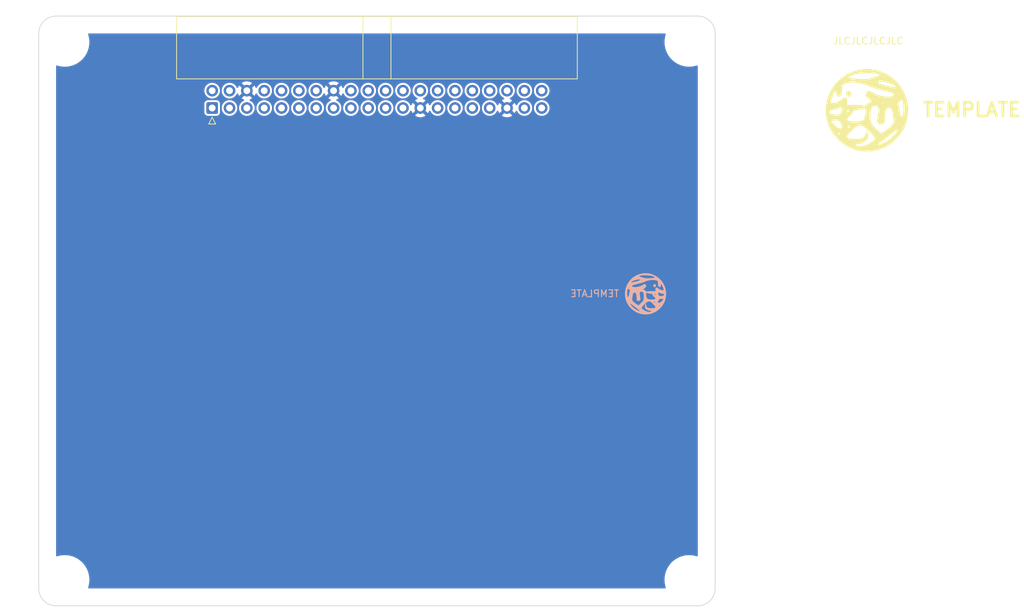
<source format=kicad_pcb>
(kicad_pcb (version 20241229) (generator "pcbnew") (generator_version "9.0")
  (layers (0 "F.Cu" signal) (2 "B.Cu" signal) (13 "F.Paste" user) (15 "B.Paste" user) (5 "F.SilkS" user "F.Silkscreen") (7 "B.SilkS" user "B.Silkscreen") (1 "F.Mask" user) (3 "B.Mask" user) (25 "Edge.Cuts" user))
  (net 0 "")
  (net 2 "GND")
  (net 17 "+5V")
  (footprint "own_footprints:smyrill_logo" (layer "F.Cu") (at 138.999 31.5)
    (property "Reference" "G***" (hide yes))
    (property "Value" "LOGO" (hide yes))
    (fp_poly (pts (xy -2.457048 -2.76257) (xy -2.228906 -2.552289) (xy -2.169238 -2.225742) (xy -2.32209 -1.958702) (xy -2.632193 -1.896218) (xy -2.818258 -1.947919) (xy -2.968286 -2.138611) (xy -2.981874 -2.434535) (xy -2.868194 -2.695472) (xy -2.764498 -2.769779)) (fill yes) (layer "F.SilkS"))
    (fp_poly (pts (xy 1.800196 -5.735849) (xy 1.884604 -5.7104) (xy 3.047203 -5.211598) (xy 4.046767 -4.504488) (xy 4.868026 -3.624919) (xy 5.495713 -2.608742) (xy 5.91456 -1.491808) (xy 6.1093 -0.309968) (xy 6.064663 0.900929) (xy 5.765383 2.105031) (xy 5.487567 2.749683) (xy 4.790595 3.840849) (xy 3.91069 4.738741) (xy 2.884134 5.427851) (xy 1.747209 5.892672) (xy 0.536195 6.117698) (xy -0.712625 6.087422) (xy -1.769853 5.851579) (xy -2.901842 5.346947) (xy -3.916181 4.613676) (xy -4.610737 3.866167) (xy -2.801636 3.866167) (xy -2.791803 4.091302) (xy -2.527123 4.219038) (xy -1.996714 4.273441) (xy -1.533554 4.280899) (xy -0.856972 4.225891) (xy -0.418691 4.049175) (xy -0.191313 3.733215) (xy -0.142697 3.390711) (xy -0.097506 3.087151) (xy 0.009034 3.018935) (xy 0.133375 3.155993) (xy 0.231967 3.468253) (xy 0.257004 3.666714) (xy 0.251077 4.081227) (xy 0.11311 4.369613) (xy -0.14636 4.618825) (xy -0.702678 4.934338) (xy -1.081173 4.994382) (xy -1.431284 5.039278) (xy -1.562744 5.143765) (xy -1.452569 5.262545) (xy -1.248596 5.324354) (xy -0.663838 5.333628) (xy -0.040245 5.131215) (xy 1.718491 5.131215) (xy 1.813262 5.135894) (xy 2.128642 5.010203) (xy 2.643574 4.772411) (xy 3.238992 4.412628) (xy 3.810363 3.940779) (xy 3.990355 3.753444) (xy 4.346245 3.322755) (xy 4.525455 3.048067) (xy 4.524751 2.945109) (xy 4.340899 3.029612) (xy 4.102528 3.207894) (xy 3.750662 3.487467) (xy 3.275209 3.859298) (xy 2.782584 4.240202) (xy 2.200678 4.692844) (xy 1.846805 4.98669) (xy 1.718491 5.131215) (xy -0.040245 5.131215) (xy -0.014064 5.122717) (xy 0.368118 4.921496) (xy 0.855971 4.622459) (xy 1.128187 4.381805) (xy 1.18584 4.143741) (xy 1.03001 3.852473) (xy 0.661771 3.45221) (xy 0.401408 3.196752) (xy -0.164191 2.67863) (xy -0.607236 2.376978) (xy -0.986431 2.287822) (xy -1.36048 2.40719) (xy -1.788086 2.731108) (xy -2.100288 3.027429) (xy -2.567504 3.519564) (xy -2.801636 3.866167) (xy -4.610737 3.866167) (xy -4.769161 3.695665) (xy -4.881461 3.51214) (xy -4.089151 3.51214) (xy -4.066854 3.567416) (xy -3.938626 3.703546) (xy -3.915736 3.710112) (xy -3.854445 3.599709) (xy -3.852809 3.567416) (xy -3.962507 3.430203) (xy -4.003927 3.424719) (xy -4.089151 3.51214) (xy -4.881461 3.51214) (xy -5.417074 2.636816) (xy -5.706341 1.897747) (xy -5.758102 1.641011) (xy -5.193211 1.641011) (xy -4.722273 2.176124) (xy -4.383002 2.482451) (xy -4.037473 2.67347) (xy -3.750954 2.728915) (xy -3.588713 2.628517) (xy -3.579109 2.568539) (xy -2.711236 2.568539) (xy -2.602647 2.707089) (xy -2.568539 2.711236) (xy -2.429989 2.602647) (xy -2.425843 2.568539) (xy -2.534431 2.429989) (xy -2.568539 2.425843) (xy -2.707089 2.534431) (xy -2.711236 2.568539) (xy -3.579109 2.568539) (xy -3.573397 2.532865) (xy -3.643889 2.293957) (xy -3.807205 1.953901) (xy -3.823116 1.925544) (xy -4.013299 1.649403) (xy -4.231791 1.547088) (xy -4.599859 1.564989) (xy -4.630032 1.568803) (xy -5.193211 1.641011) (xy -5.758102 1.641011) (xy -5.803549 1.415596) (xy -2.781058 1.415596) (xy -2.754115 1.521048) (xy -2.595674 1.635456) (xy -2.209782 1.697209) (xy -1.697093 1.712359) (xy -1.126044 1.695013) (xy -0.757821 1.63081) (xy -0.511297 1.501504) (xy -0.42809 1.426966) (xy -0.282048 1.179433) (xy -0.179863 0.820518) (xy -0.128984 0.444434) (xy 0.591186 0.444434) (xy 0.59547 1.006793) (xy 0.632952 1.541333) (xy 0.702952 1.896062) (xy 0.853516 2.174732) (xy 1.132688 2.481094) (xy 1.395428 2.734259) (xy 2.137791 3.442424) (xy 2.555376 3.195751) (xy 2.922254 2.943166) (xy 3.346195 2.602693) (xy 3.491399 2.474125) (xy 3.772155 2.204784) (xy 3.918844 1.986077) (xy 3.962302 1.717887) (xy 3.93336 1.300093) (xy 3.912554 1.106609) (xy 3.815494 0.432801) (xy 3.688486 0.00339) (xy 3.513064 -0.222387) (xy 3.282022 -0.285393) (xy 2.9956 -0.177456) (xy 2.811439 0.158275) (xy 2.722363 0.739678) (xy 2.711236 1.13679) (xy 2.699142 1.628711) (xy 2.646463 1.91189) (xy 2.528602 2.06253) (xy 2.390168 2.131474) (xy 2.026552 2.161871) (xy 1.710997 2.016208) (xy 1.540506 1.752623) (xy 1.535685 1.619356) (xy 1.581169 1.333163) (xy 1.657036 0.886906) (xy 1.710666 0.581323) (xy 1.770839 -0.013465) (xy 1.689847 -0.382099) (xy 1.457692 -0.551894) (xy 1.288913 -0.570787) (xy 0.923085 -0.462048) (xy 0.692295 -0.127705) (xy 0.591186 0.444434) (xy -0.128984 0.444434) (xy -0.126614 0.426913) (xy -0.127377 0.075312) (xy -0.187232 -0.157593) (xy -0.311257 -0.195109) (xy -0.321067 -0.189335) (xy -0.560866 -0.109027) (xy -0.968642 -0.03252) (xy -1.207005 -0.002542) (xy -1.643901 0.063686) (xy -1.875679 0.172441) (xy -1.982617 0.366211) (xy -1.995082 0.414585) (xy -2.169401 0.74774) (xy -2.35774 0.914023) (xy -2.695507 1.162926) (xy -2.781058 1.415596) (xy -5.803549 1.415596) (xy -5.959564 0.64176) (xy -5.957677 0.314167) (xy -5.403619 0.314167) (xy -5.301798 0.493788) (xy -5.013574 0.637635) (xy -4.587383 0.710477) (xy -4.47394 0.713483) (xy -4.063878 0.689242) (xy -3.841751 0.58688) (xy -3.712093 0.361937) (xy -3.710584 0.357981) (xy -3.698685 0.302236) (xy -2.853933 0.302236) (xy -2.766013 0.379601) (xy -2.711236 0.356742) (xy -2.573867 0.167709) (xy -2.568539 0.125854) (xy -2.656459 0.048488) (xy -2.711236 0.071348) (xy -2.848605 0.26038) (xy -2.853933 0.302236) (xy -3.698685 0.302236) (xy -3.636547 0.011132) (xy -3.657247 -0.210755) (xy -3.747667 -0.347172) (xy -3.909811 -0.299653) (xy -4.041737 -0.211994) (xy -4.424243 -0.042773) (xy -4.705066 0.002185) (xy -5.067131 0.053627) (xy -5.2706 0.134006) (xy -5.403619 0.314167) (xy -5.957677 0.314167) (xy -5.952554 -0.575095) (xy -5.83869 -1.115777) (xy -5.213087 -1.115777) (xy -5.091127 -1.022038) (xy -4.839889 -0.999071) (xy -4.794918 -0.998876) (xy -4.303024 -1.096162) (xy -3.815368 -1.416546) (xy -3.79046 -1.438206) (xy -3.349085 -1.754506) (xy -3.033811 -1.823627) (xy -2.852999 -1.647238) (xy -2.813992 -1.243092) (xy -2.845399 -0.713483) (xy -1.565396 -0.713483) (xy -0.899516 -0.700255) (xy -0.486946 -0.657713) (xy -0.296701 -0.581574) (xy -0.275364 -0.535112) (xy -0.228038 -0.499827) (xy -0.155122 -0.638822) (xy 0.062715 -0.89318) (xy 0.135507 -0.927528) (xy 2.425843 -0.927528) (xy 2.497191 -0.85618) (xy 2.568539 -0.927528) (xy 2.540705 -0.955362) (xy 4.668098 -0.955362) (xy 4.709755 -0.640556) (xy 4.717872 -0.618769) (xy 4.824538 -0.196211) (xy 4.851685 0.090019) (xy 4.911394 0.482385) (xy 5.058095 0.817055) (xy 5.243152 0.991968) (xy 5.284796 0.998876) (xy 5.349992 0.867031) (xy 5.398165 0.514605) (xy 5.421457 0.006266) (xy 5.422472 -0.134275) (xy 5.400446 -0.804537) (xy 5.327343 -1.212207) (xy 5.192625 -1.377192) (xy 4.985757 -1.319399) (xy 4.851577 -1.212824) (xy 4.668098 -0.955362) (xy 2.540705 -0.955362) (xy 2.497191 -0.998876) (xy 2.425843 -0.927528) (xy 0.135507 -0.927528) (xy 0.288033 -0.9995) (xy 0.598421 -1.132175) (xy 0.628628 -1.314522) (xy 0.37868 -1.542062) (xy 0.284412 -1.5987) (xy -0.036474 -1.892756) (xy -0.148675 -2.240587) (xy -0.041617 -2.560709) (xy 0.140194 -2.709896) (xy 0.37957 -2.773548) (xy 0.665792 -2.684315) (xy 0.960699 -2.507803) (xy 1.450039 -2.255886) (xy 2.021376 -2.067036) (xy 2.614184 -1.947021) (xy 3.167938 -1.901608) (xy 3.622114 -1.936565) (xy 3.916187 -2.057659) (xy 3.995506 -2.218612) (xy 3.973011 -2.306897) (xy 3.879496 -2.389245) (xy 3.675918 -2.479111) (xy 3.323232 -2.589948) (xy 2.782394 -2.735212) (xy 2.014359 -2.928358) (xy 1.737252 -2.996801) (xy 1.150968 -3.154998) (xy 0.641245 -3.317071) (xy 0.296167 -3.454282) (xy 0.238937 -3.485654) (xy -0.135135 -3.647813) (xy -0.684616 -3.80218) (xy -1.300009 -3.924304) (xy -1.871818 -3.98973) (xy -2.040451 -3.99471) (xy -2.498926 -3.953657) (xy -2.996717 -3.854926) (xy -3.032303 -3.845306) (xy -3.341821 -3.746828) (xy -3.500668 -3.617518) (xy -3.55911 -3.371962) (xy -3.567416 -2.936046) (xy -3.614743 -2.354274) (xy -3.753992 -2.023688) (xy -3.779644 -1.999261) (xy -4.073926 -1.880094) (xy -4.310247 -2.018598) (xy -4.448052 -2.387584) (xy -4.456871 -2.453335) (xy -4.50945 -2.925281) (xy -4.807999 -2.283146) (xy -5.071053 -1.700179) (xy -5.206239 -1.32644) (xy -5.213087 -1.115777) (xy -5.83869 -1.115777) (xy -5.709678 -1.728393) (xy -5.255307 -2.793711) (xy -4.613808 -3.746624) (xy -4.28196 -4.083352) (xy 1.682933 -4.083352) (xy 1.685708 -3.984221) (xy 1.927053 -3.844825) (xy 2.396399 -3.682289) (xy 2.745574 -3.589798) (xy 3.432106 -3.427268) (xy 3.885641 -3.331803) (xy 4.148889 -3.296744) (xy 4.264561 -3.315433) (xy 4.280899 -3.350471) (xy 4.156175 -3.482049) (xy 3.835448 -3.65338) (xy 3.398879 -3.832241) (xy 2.926633 -3.986408) (xy 2.498872 -4.083656) (xy 2.435377 -4.092324) (xy 1.929299 -4.125094) (xy 1.682933 -4.083352) (xy -4.28196 -4.083352) (xy -3.809551 -4.562708) (xy -3.620972 -4.693709) (xy -2.610338 -4.693709) (xy -2.424897 -4.63742) (xy -2.032207 -4.583632) (xy -1.510402 -4.537642) (xy -0.937611 -4.504749) (xy -0.391966 -4.490251) (xy 0.0484 -4.499444) (xy 0.142697 -4.507036) (xy 0.474977 -4.575018) (xy 0.948237 -4.711082) (xy 1.28427 -4.823896) (xy 1.717189 -4.982469) (xy 1.910544 -5.078014) (xy 1.893508 -5.143563) (xy 1.695257 -5.212151) (xy 1.641011 -5.22782) (xy 1.078768 -5.324271) (xy 0.348647 -5.360287) (xy -0.44794 -5.339956) (xy -1.20958 -5.267363) (xy -1.834862 -5.146595) (xy -2.04005 -5.079489) (xy -2.40254 -4.908286) (xy -2.600696 -4.759406) (xy -2.610338 -4.693709) (xy -3.620972 -4.693709) (xy -2.866905 -5.217539) (xy -1.810238 -5.686692) (xy -0.66392 -5.945745) (xy 0.547681 -5.970271)) (fill yes) (layer "F.SilkS"))
  )
  (footprint "MountingHole:MountingHole_3.2mm_M3" (layer "F.Cu") (at 113.03 100.330001)
    (property "Reference" "REF**" (hide yes))
    (property "Value" "MountingHole_3.2mm_M3")
    (pad "" np_thru_hole circle (at 0 0) (size 3.2 3.2) (drill 3.2) (layers "*.Cu" "*.Mask") (clearance 2))
  )
  (footprint "MountingHole:MountingHole_3.2mm_M3" (layer "F.Cu") (at 21.59 21.59)
    (property "Reference" "REF**" (hide yes))
    (property "Value" "MountingHole_3.2mm_M3")
    (pad "" np_thru_hole circle (at 0 0) (size 3.2 3.2) (drill 3.2) (layers "*.Cu" "*.Mask"))
  )
  (footprint "MountingHole:MountingHole_3.2mm_M3" (layer "F.Cu") (at 21.59 100.330001)
    (property "Reference" "REF**" (hide yes))
    (property "Value" "MountingHole_3.2mm_M3")
    (pad "" np_thru_hole circle (at 0 0) (size 3.2 3.2) (drill 3.2) (layers "*.Cu" "*.Mask") (clearance 2))
  )
  (footprint "MountingHole:MountingHole_3.2mm_M3" (layer "F.Cu") (at 113.03 21.59)
    (property "Reference" "REF**" (hide yes))
    (property "Value" "MountingHole_3.2mm_M3")
    (pad "" np_thru_hole circle (at 0 0) (size 3.2 3.2) (drill 3.2) (layers "*.Cu" "*.Mask"))
  )
  (footprint "Connector_IDC:IDC-Header_2x20_P2.54mm_Horizontal" (layer "F.Cu") (at 43.18 31.242 90)
    (property "Reference" "J3" (hide yes))
    (property "Value" "8bit_thing_bus_connector")
    (fp_line (start 13.39 -5.21) (end 13.39 53.47) (stroke (width 0.12)) (layer "F.SilkS"))
    (fp_line (start 4.27 -5.21) (end 13.39 -5.21) (stroke (width 0.12)) (layer "F.SilkS"))
    (fp_line (start -2.35 -0.5) (end -2.35 0.5) (stroke (width 0.12)) (layer "F.SilkS"))
    (fp_line (start -1.35 0) (end -2.35 -0.5) (stroke (width 0.12)) (layer "F.SilkS"))
    (fp_line (start -2.35 0.5) (end -1.35 0) (stroke (width 0.12)) (layer "F.SilkS"))
    (fp_line (start 4.27 22.08) (end 13.39 22.08) (stroke (width 0.12)) (layer "F.SilkS"))
    (fp_line (start 4.27 26.18) (end 13.39 26.18) (stroke (width 0.12)) (layer "F.SilkS"))
    (fp_line (start 13.39 53.47) (end 4.27 53.47) (stroke (width 0.12)) (layer "F.SilkS"))
    (fp_line (start 4.27 53.47) (end 4.27 -5.21) (stroke (width 0.12)) (layer "F.SilkS"))
    (pad "1" thru_hole roundrect (at 0 0 90) (size 1.7 1.7) (drill 1) (layers "*.Cu" "*.Mask") (roundrect_rratio 0.1470588235))
    (pad "2" thru_hole circle (at 2.54 0 90) (size 1.7 1.7) (drill 1) (layers "*.Cu" "*.Mask"))
    (pad "3" thru_hole circle (at 0 2.54 90) (size 1.7 1.7) (drill 1) (layers "*.Cu" "*.Mask"))
    (pad "4" thru_hole circle (at 2.54 2.54 90) (size 1.7 1.7) (drill 1) (layers "*.Cu" "*.Mask"))
    (pad "5" thru_hole circle (at 0 5.08 90) (size 1.7 1.7) (drill 1) (layers "*.Cu" "*.Mask") (net 17 "+5V"))
    (pad "6" thru_hole circle (at 2.54 5.08 90) (size 1.7 1.7) (drill 1) (layers "*.Cu" "*.Mask") (net 2 "GND"))
    (pad "7" thru_hole circle (at 0 7.62 90) (size 1.7 1.7) (drill 1) (layers "*.Cu" "*.Mask"))
    (pad "8" thru_hole circle (at 2.54 7.62 90) (size 1.7 1.7) (drill 1) (layers "*.Cu" "*.Mask"))
    (pad "9" thru_hole circle (at 0 10.16 90) (size 1.7 1.7) (drill 1) (layers "*.Cu" "*.Mask"))
    (pad "10" thru_hole circle (at 2.54 10.16 90) (size 1.7 1.7) (drill 1) (layers "*.Cu" "*.Mask"))
    (pad "11" thru_hole circle (at 0 12.7 90) (size 1.7 1.7) (drill 1) (layers "*.Cu" "*.Mask"))
    (pad "12" thru_hole circle (at 2.54 12.7 90) (size 1.7 1.7) (drill 1) (layers "*.Cu" "*.Mask"))
    (pad "13" thru_hole circle (at 0 15.24 90) (size 1.7 1.7) (drill 1) (layers "*.Cu" "*.Mask"))
    (pad "14" thru_hole circle (at 2.54 15.24 90) (size 1.7 1.7) (drill 1) (layers "*.Cu" "*.Mask"))
    (pad "15" thru_hole circle (at 0 17.78 90) (size 1.7 1.7) (drill 1) (layers "*.Cu" "*.Mask"))
    (pad "16" thru_hole circle (at 2.54 17.78 90) (size 1.7 1.7) (drill 1) (layers "*.Cu" "*.Mask") (net 2 "GND"))
    (pad "17" thru_hole circle (at 0 20.32 90) (size 1.7 1.7) (drill 1) (layers "*.Cu" "*.Mask"))
    (pad "18" thru_hole circle (at 2.54 20.32 90) (size 1.7 1.7) (drill 1) (layers "*.Cu" "*.Mask"))
    (pad "19" thru_hole circle (at 0 22.86 90) (size 1.7 1.7) (drill 1) (layers "*.Cu" "*.Mask"))
    (pad "20" thru_hole circle (at 2.54 22.86 90) (size 1.7 1.7) (drill 1) (layers "*.Cu" "*.Mask"))
    (pad "21" thru_hole circle (at 0 25.4 90) (size 1.7 1.7) (drill 1) (layers "*.Cu" "*.Mask"))
    (pad "22" thru_hole circle (at 2.54 25.4 90) (size 1.7 1.7) (drill 1) (layers "*.Cu" "*.Mask"))
    (pad "23" thru_hole circle (at 0 27.94 90) (size 1.7 1.7) (drill 1) (layers "*.Cu" "*.Mask"))
    (pad "24" thru_hole circle (at 2.54 27.94 90) (size 1.7 1.7) (drill 1) (layers "*.Cu" "*.Mask"))
    (pad "25" thru_hole circle (at 0 30.48 90) (size 1.7 1.7) (drill 1) (layers "*.Cu" "*.Mask") (net 2 "GND"))
    (pad "26" thru_hole circle (at 2.54 30.48 90) (size 1.7 1.7) (drill 1) (layers "*.Cu" "*.Mask"))
    (pad "27" thru_hole circle (at 0 33.02 90) (size 1.7 1.7) (drill 1) (layers "*.Cu" "*.Mask"))
    (pad "28" thru_hole circle (at 2.54 33.02 90) (size 1.7 1.7) (drill 1) (layers "*.Cu" "*.Mask"))
    (pad "29" thru_hole circle (at 0 35.56 90) (size 1.7 1.7) (drill 1) (layers "*.Cu" "*.Mask"))
    (pad "30" thru_hole circle (at 2.54 35.56 90) (size 1.7 1.7) (drill 1) (layers "*.Cu" "*.Mask"))
    (pad "31" thru_hole circle (at 0 38.1 90) (size 1.7 1.7) (drill 1) (layers "*.Cu" "*.Mask"))
    (pad "32" thru_hole circle (at 2.54 38.1 90) (size 1.7 1.7) (drill 1) (layers "*.Cu" "*.Mask"))
    (pad "33" thru_hole circle (at 0 40.64 90) (size 1.7 1.7) (drill 1) (layers "*.Cu" "*.Mask"))
    (pad "34" thru_hole circle (at 2.54 40.64 90) (size 1.7 1.7) (drill 1) (layers "*.Cu" "*.Mask"))
    (pad "35" thru_hole circle (at 0 43.18 90) (size 1.7 1.7) (drill 1) (layers "*.Cu" "*.Mask") (net 2 "GND"))
    (pad "36" thru_hole circle (at 2.54 43.18 90) (size 1.7 1.7) (drill 1) (layers "*.Cu" "*.Mask") (net 17 "+5V"))
    (pad "37" thru_hole circle (at 0 45.72 90) (size 1.7 1.7) (drill 1) (layers "*.Cu" "*.Mask"))
    (pad "38" thru_hole circle (at 2.54 45.72 90) (size 1.7 1.7) (drill 1) (layers "*.Cu" "*.Mask"))
    (pad "39" thru_hole circle (at 0 48.26 90) (size 1.7 1.7) (drill 1) (layers "*.Cu" "*.Mask"))
    (pad "40" thru_hole circle (at 2.54 48.26 90) (size 1.7 1.7) (drill 1) (layers "*.Cu" "*.Mask"))
  )
  (footprint "own_footprints:smyrill_logo_small" (layer "B.Cu") (at 106.68 58.42 180)
    (property "Reference" "G***" (hide yes))
    (property "Value" "LOGO" (hide yes))
    (fp_poly (pts (xy -1.228524 1.381285) (xy -1.114453 1.276145) (xy -1.084619 1.112871) (xy -1.161045 0.979351) (xy -1.316097 0.948109) (xy -1.409129 0.97396) (xy -1.484143 1.069306) (xy -1.490937 1.217268) (xy -1.434097 1.347736) (xy -1.382249 1.38489)) (fill yes) (layer "B.SilkS"))
    (fp_poly (pts (xy 0.900098 2.867925) (xy 0.942302 2.8552) (xy 1.523602 2.605799) (xy 2.023384 2.252244) (xy 2.434013 1.81246) (xy 2.747857 1.304371) (xy 2.95728 0.745904) (xy 3.05465 0.154984) (xy 3.032332 -0.450465) (xy 2.882692 -1.052516) (xy 2.743784 -1.374842) (xy 2.395298 -1.920425) (xy 1.955345 -2.369371) (xy 1.442067 -2.713926) (xy 0.873605 -2.946336) (xy 0.268098 -3.058849) (xy -0.356313 -3.043711) (xy -0.884927 -2.92579) (xy -1.450921 -2.673474) (xy -1.958091 -2.306838) (xy -2.305369 -1.933084) (xy -1.400818 -1.933084) (xy -1.395902 -2.045651) (xy -1.263562 -2.109519) (xy -0.998357 -2.136721) (xy -0.766777 -2.14045) (xy -0.428486 -2.112946) (xy -0.209346 -2.024588) (xy -0.095657 -1.866608) (xy -0.071349 -1.695356) (xy -0.048753 -1.543576) (xy 0.004517 -1.509468) (xy 0.066688 -1.577997) (xy 0.115984 -1.734127) (xy 0.128502 -1.833357) (xy 0.125539 -2.040614) (xy 0.056555 -2.184807) (xy -0.07318 -2.309413) (xy -0.351339 -2.467169) (xy -0.540587 -2.497191) (xy -0.715642 -2.519639) (xy -0.781372 -2.571883) (xy -0.726285 -2.631273) (xy -0.624298 -2.662177) (xy -0.331919 -2.666814) (xy -0.020123 -2.565608) (xy 0.859246 -2.565608) (xy 0.906631 -2.567947) (xy 1.064321 -2.505102) (xy 1.321787 -2.386206) (xy 1.619496 -2.206314) (xy 1.905182 -1.97039) (xy 1.995178 -1.876722) (xy 2.173123 -1.661378) (xy 2.262728 -1.524034) (xy 2.262376 -1.472555) (xy 2.17045 -1.514806) (xy 2.051264 -1.603947) (xy 1.875331 -1.743734) (xy 1.637605 -1.929649) (xy 1.391292 -2.120101) (xy 1.100339 -2.346422) (xy 0.923403 -2.493345) (xy 0.859246 -2.565608) (xy -0.020123 -2.565608) (xy -0.007032 -2.561359) (xy 0.184059 -2.460748) (xy 0.427986 -2.31123) (xy 0.564094 -2.190903) (xy 0.59292 -2.071871) (xy 0.515005 -1.926237) (xy 0.330886 -1.726105) (xy 0.200704 -1.598376) (xy -0.082096 -1.339315) (xy -0.303618 -1.188489) (xy -0.493216 -1.143911) (xy -0.68024 -1.203595) (xy -0.894043 -1.365554) (xy -1.050144 -1.513715) (xy -1.283752 -1.759782) (xy -1.400818 -1.933084) (xy -2.305369 -1.933084) (xy -2.384581 -1.847833) (xy -2.440731 -1.75607) (xy -2.044576 -1.75607) (xy -2.033427 -1.783708) (xy -1.969313 -1.851773) (xy -1.957868 -1.855056) (xy -1.927223 -1.799855) (xy -1.926405 -1.783708) (xy -1.981254 -1.715102) (xy -2.001964 -1.71236) (xy -2.044576 -1.75607) (xy -2.440731 -1.75607) (xy -2.708537 -1.318408) (xy -2.853171 -0.948874) (xy -2.879051 -0.820506) (xy -2.596606 -0.820506) (xy -2.361137 -1.088062) (xy -2.191501 -1.241226) (xy -2.018737 -1.336735) (xy -1.875477 -1.364458) (xy -1.794357 -1.314259) (xy -1.789555 -1.28427) (xy -1.355618 -1.28427) (xy -1.301324 -1.353545) (xy -1.28427 -1.355618) (xy -1.214995 -1.301324) (xy -1.212922 -1.28427) (xy -1.267216 -1.214995) (xy -1.28427 -1.212922) (xy -1.353545 -1.267216) (xy -1.355618 -1.28427) (xy -1.789555 -1.28427) (xy -1.786699 -1.266433) (xy -1.821945 -1.146979) (xy -1.903603 -0.976951) (xy -1.911558 -0.962772) (xy -2.00665 -0.824702) (xy -2.115896 -0.773544) (xy -2.29993 -0.782495) (xy -2.315016 -0.784402) (xy -2.596606 -0.820506) (xy -2.879051 -0.820506) (xy -2.901775 -0.707798) (xy -1.390529 -0.707798) (xy -1.377058 -0.760524) (xy -1.297837 -0.817728) (xy -1.104891 -0.848605) (xy -0.848547 -0.85618) (xy -0.563022 -0.847507) (xy -0.378911 -0.815405) (xy -0.255649 -0.750752) (xy -0.214045 -0.713483) (xy -0.141024 -0.589717) (xy -0.089932 -0.410259) (xy -0.064492 -0.222217) (xy 0.295593 -0.222217) (xy 0.297735 -0.503397) (xy 0.316476 -0.770667) (xy 0.351476 -0.948031) (xy 0.426758 -1.087366) (xy 0.566344 -1.240547) (xy 0.697714 -1.36713) (xy 1.068896 -1.721212) (xy 1.277688 -1.597876) (xy 1.461127 -1.471583) (xy 1.673098 -1.301347) (xy 1.7457 -1.237063) (xy 1.886078 -1.102392) (xy 1.959422 -0.993039) (xy 1.981151 -0.858944) (xy 1.96668 -0.650047) (xy 1.956277 -0.553305) (xy 1.907747 -0.216401) (xy 1.844243 -0.001695) (xy 1.756532 0.111194) (xy 1.641011 0.142697) (xy 1.4978 0.088728) (xy 1.40572 -0.079138) (xy 1.361182 -0.369839) (xy 1.355618 -0.568395) (xy 1.349571 -0.814356) (xy 1.323232 -0.955945) (xy 1.264301 -1.031265) (xy 1.195084 -1.065737) (xy 1.013276 -1.080936) (xy 0.855499 -1.008104) (xy 0.770253 -0.876312) (xy 0.767843 -0.809678) (xy 0.790585 -0.666582) (xy 0.828518 -0.443453) (xy 0.855333 -0.290662) (xy 0.88542 0.006733) (xy 0.844924 0.19105) (xy 0.728846 0.275947) (xy 0.644457 0.285394) (xy 0.461543 0.231024) (xy 0.346148 0.063853) (xy 0.295593 -0.222217) (xy -0.064492 -0.222217) (xy -0.063307 -0.213457) (xy -0.063688 -0.037656) (xy -0.093616 0.078797) (xy -0.155629 0.097555) (xy -0.160534 0.094668) (xy -0.280433 0.054514) (xy -0.484321 0.01626) (xy -0.603503 0.001271) (xy -0.821951 -0.031843) (xy -0.93784 -0.086221) (xy -0.991309 -0.183106) (xy -0.997541 -0.207293) (xy -1.084701 -0.37387) (xy -1.17887 -0.457012) (xy -1.347754 -0.581463) (xy -1.390529 -0.707798) (xy -2.901775 -0.707798) (xy -2.979782 -0.32088) (xy -2.978839 -0.157084) (xy -2.70181 -0.157084) (xy -2.650899 -0.246894) (xy -2.506787 -0.318818) (xy -2.293692 -0.355239) (xy -2.23697 -0.356742) (xy -2.031939 -0.344621) (xy -1.920876 -0.29344) (xy -1.856047 -0.180969) (xy -1.855292 -0.178991) (xy -1.849343 -0.151118) (xy -1.426967 -0.151118) (xy -1.383007 -0.189801) (xy -1.355618 -0.178371) (xy -1.286934 -0.083855) (xy -1.28427 -0.062927) (xy -1.32823 -0.024244) (xy -1.355618 -0.035674) (xy -1.424303 -0.13019) (xy -1.426967 -0.151118) (xy -1.849343 -0.151118) (xy -1.818274 -0.005566) (xy -1.828624 0.105378) (xy -1.873834 0.173586) (xy -1.954906 0.149827) (xy -2.020869 0.105997) (xy -2.212122 0.021387) (xy -2.352533 -0.001093) (xy -2.533566 -0.026814) (xy -2.6353 -0.067003) (xy -2.70181 -0.157084) (xy -2.978839 -0.157084) (xy -2.976277 0.287548) (xy -2.919345 0.557889) (xy -2.606544 0.557889) (xy -2.545564 0.511019) (xy -2.419945 0.499536) (xy -2.397459 0.499438) (xy -2.151512 0.548081) (xy -1.907684 0.708273) (xy -1.89523 0.719103) (xy -1.674543 0.877253) (xy -1.516906 0.911814) (xy -1.4265 0.823619) (xy -1.406996 0.621546) (xy -1.4227 0.356742) (xy -0.782698 0.356742) (xy -0.449758 0.350128) (xy -0.243473 0.328857) (xy -0.148351 0.290787) (xy -0.137682 0.267556) (xy -0.114019 0.249914) (xy -0.077561 0.319411) (xy 0.031358 0.44659) (xy 0.067754 0.463764) (xy 1.212922 0.463764) (xy 1.248596 0.42809) (xy 1.28427 0.463764) (xy 1.270353 0.477681) (xy 2.334049 0.477681) (xy 2.354878 0.320278) (xy 2.358936 0.309385) (xy 2.412269 0.098106) (xy 2.425843 -0.04501) (xy 2.455697 -0.241193) (xy 2.529048 -0.408528) (xy 2.621576 -0.495984) (xy 2.642398 -0.499438) (xy 2.674996 -0.433516) (xy 2.699083 -0.257303) (xy 2.710729 -0.003133) (xy 2.711236 0.067138) (xy 2.700223 0.402269) (xy 2.663672 0.606104) (xy 2.596313 0.688596) (xy 2.492879 0.6597) (xy 2.425789 0.606412) (xy 2.334049 0.477681) (xy 1.270353 0.477681) (xy 1.248596 0.499438) (xy 1.212922 0.463764) (xy 0.067754 0.463764) (xy 0.144017 0.49975) (xy 0.299211 0.566088) (xy 0.314314 0.657261) (xy 0.18934 0.771031) (xy 0.142206 0.79935) (xy -0.018237 0.946378) (xy -0.074338 1.120294) (xy -0.020809 1.280355) (xy 0.070097 1.354948) (xy 0.189785 1.386774) (xy 0.332896 1.342158) (xy 0.48035 1.253902) (xy 0.72502 1.127943) (xy 1.010688 1.033518) (xy 1.307092 0.973511) (xy 1.583969 0.950804) (xy 1.811057 0.968283) (xy 1.958094 1.02883) (xy 1.997753 1.109306) (xy 1.986506 1.153449) (xy 1.939748 1.194623) (xy 1.837959 1.239556) (xy 1.661616 1.294974) (xy 1.391197 1.367606) (xy 1.007179 1.464179) (xy 0.868626 1.498401) (xy 0.575484 1.577499) (xy 0.320623 1.658536) (xy 0.148084 1.727141) (xy 0.119469 1.742827) (xy -0.067568 1.823907) (xy -0.342308 1.90109) (xy -0.650005 1.962152) (xy -0.935909 1.994865) (xy -1.020226 1.997355) (xy -1.249463 1.976829) (xy -1.498359 1.927463) (xy -1.516152 1.922653) (xy -1.670911 1.873414) (xy -1.750334 1.808759) (xy -1.779555 1.685981) (xy -1.783708 1.468023) (xy -1.807372 1.177137) (xy -1.876996 1.011844) (xy -1.889822 0.999631) (xy -2.036963 0.940047) (xy -2.155124 1.009299) (xy -2.224026 1.193792) (xy -2.228436 1.226668) (xy -2.254725 1.462641) (xy -2.404 1.141573) (xy -2.535527 0.85009) (xy -2.60312 0.66322) (xy -2.606544 0.557889) (xy -2.919345 0.557889) (xy -2.854839 0.864197) (xy -2.627654 1.396856) (xy -2.306904 1.873312) (xy -2.14098 2.041676) (xy 0.841467 2.041676) (xy 0.842854 1.992111) (xy 0.963527 1.922413) (xy 1.1982 1.841145) (xy 1.372787 1.794899) (xy 1.716053 1.713634) (xy 1.942821 1.665902) (xy 2.074444 1.648372) (xy 2.132281 1.657717) (xy 2.14045 1.675236) (xy 2.078088 1.741025) (xy 1.917724 1.82669) (xy 1.69944 1.916121) (xy 1.463317 1.993204) (xy 1.249436 2.041828) (xy 1.217689 2.046162) (xy 0.96465 2.062547) (xy 0.841467 2.041676) (xy -2.14098 2.041676) (xy -1.904776 2.281354) (xy -1.810486 2.346855) (xy -1.305169 2.346855) (xy -1.212449 2.31871) (xy -1.016104 2.291816) (xy -0.755201 2.268821) (xy -0.468806 2.252375) (xy -0.195983 2.245126) (xy 0.0242 2.249722) (xy 0.071349 2.253518) (xy 0.237489 2.287509) (xy 0.474119 2.355541) (xy 0.642135 2.411948) (xy 0.858595 2.491235) (xy 0.955272 2.539007) (xy 0.946754 2.571782) (xy 0.847629 2.606076) (xy 0.820506 2.61391) (xy 0.539384 2.662136) (xy 0.174324 2.680144) (xy -0.22397 2.669978) (xy -0.60479 2.633682) (xy -0.917431 2.573298) (xy -1.020025 2.539745) (xy -1.20127 2.454143) (xy -1.300348 2.379703) (xy -1.305169 2.346855) (xy -1.810486 2.346855) (xy -1.433453 2.60877) (xy -0.905119 2.843346) (xy -0.33196 2.972873) (xy 0.273841 2.985136)) (fill yes) (layer "B.SilkS"))
  )
  (gr_line (start 116.84 101.6) (end 116.84 20.32) (stroke (width 0.1)) (layer "Edge.Cuts"))
  (gr_arc (start 20.32 104.14) (mid 18.523905 103.396095) (end 17.78 101.6) (stroke (width 0.1)) (layer "Edge.Cuts"))
  (gr_arc (start 114.3 17.78) (mid 116.096008 18.523992) (end 116.84 20.32) (stroke (width 0.1)) (layer "Edge.Cuts"))
  (gr_arc (start 17.78 20.32) (mid 18.523949 18.523949) (end 20.32 17.78) (stroke (width 0.1)) (layer "Edge.Cuts"))
  (gr_arc (start 116.84 101.6) (mid 116.096037 103.396037) (end 114.3 104.14) (stroke (width 0.1)) (layer "Edge.Cuts"))
  (gr_line (start 20.32 104.14) (end 114.3 104.14) (stroke (width 0.1)) (layer "Edge.Cuts"))
  (gr_line (start 17.78 101.6) (end 17.78 20.32) (stroke (width 0.1)) (layer "Edge.Cuts"))
  (gr_line (start 20.32 17.78) (end 114.3 17.78) (stroke (width 0.1)) (layer "Edge.Cuts"))
  (gr_text "TEMPLATE" (at 147 31.5 0) (layer "F.SilkS") (effects (font (size 2 2) (thickness 0.4) (bold yes)) (justify left)))
  (gr_text "JLCJLCJLCJLC" (at 134 22 0) (layer "F.SilkS") (effects (font (size 1 1)) (justify left bottom)))
  (gr_text "TEMPLATE" (at 102.87 58.42 0) (layer "B.SilkS") (effects (font (size 1 1)) (justify left mirror)))
  (zone (net 2) (net_name "GND") (layer "B.Cu") (connect_pads (clearance 0.29)) (min_thickness 0.25) (fill yes (thermal_gap 0.5) (thermal_bridge_width 0.5))
    (polygon (pts (xy 20.32 20.32) (xy 114.3 20.32) (xy 114.3 101.6) (xy 20.32 101.6)))
  )
)
</source>
